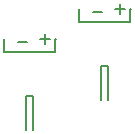
<source format=gbo>
G75*
%MOIN*%
%OFA0B0*%
%FSLAX25Y25*%
%IPPOS*%
%LPD*%
%AMOC8*
5,1,8,0,0,1.08239X$1,22.5*
%
%ADD10C,0.00500*%
%ADD11C,0.00700*%
D10*
X0043812Y0049130D02*
X0043812Y0060547D01*
X0046174Y0060547D01*
X0046174Y0049130D01*
X0068812Y0059130D02*
X0068812Y0070547D01*
X0071174Y0070547D01*
X0071174Y0059130D01*
X0053261Y0075114D02*
X0053261Y0079445D01*
X0053654Y0079445D01*
X0053261Y0075114D02*
X0036332Y0075114D01*
X0036332Y0079445D01*
X0061332Y0085114D02*
X0078261Y0085114D01*
X0078261Y0089445D01*
X0078654Y0089445D01*
X0061332Y0089445D02*
X0061332Y0085114D01*
D11*
X0065904Y0088600D02*
X0069173Y0088600D01*
X0073443Y0089387D02*
X0076713Y0089387D01*
X0075078Y0091022D02*
X0075078Y0087752D01*
X0051713Y0079387D02*
X0048443Y0079387D01*
X0050078Y0081022D02*
X0050078Y0077752D01*
X0044173Y0078600D02*
X0040904Y0078600D01*
M02*

</source>
